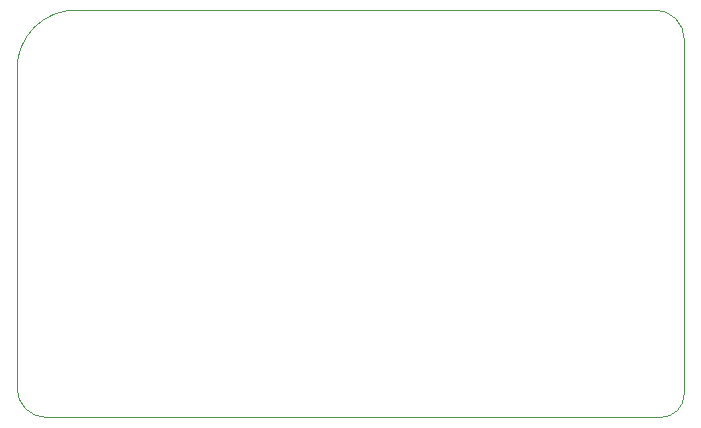
<source format=gbr>
%TF.GenerationSoftware,KiCad,Pcbnew,8.0.6*%
%TF.CreationDate,2024-11-04T14:24:17-05:00*%
%TF.ProjectId,Voltage regulator 5 and 9V,566f6c74-6167-4652-9072-6567756c6174,rev?*%
%TF.SameCoordinates,Original*%
%TF.FileFunction,Profile,NP*%
%FSLAX46Y46*%
G04 Gerber Fmt 4.6, Leading zero omitted, Abs format (unit mm)*
G04 Created by KiCad (PCBNEW 8.0.6) date 2024-11-04 14:24:17*
%MOMM*%
%LPD*%
G01*
G04 APERTURE LIST*
%TA.AperFunction,Profile*%
%ADD10C,0.050000*%
%TD*%
G04 APERTURE END LIST*
D10*
X166500000Y-55000000D02*
X166500000Y-85000000D01*
X115000000Y-52500000D02*
X164000000Y-52500000D01*
X110000000Y-84500000D02*
X110000000Y-57500000D01*
X164500000Y-87000000D02*
X112500000Y-87000000D01*
X110000000Y-57500000D02*
G75*
G02*
X115000000Y-52500000I5000000J0D01*
G01*
X112500000Y-87000000D02*
G75*
G02*
X110000000Y-84500000I0J2500000D01*
G01*
X166500000Y-85000000D02*
G75*
G02*
X164500000Y-87000000I-2000000J0D01*
G01*
X164000000Y-52500000D02*
G75*
G02*
X166500000Y-55000000I0J-2500000D01*
G01*
M02*

</source>
